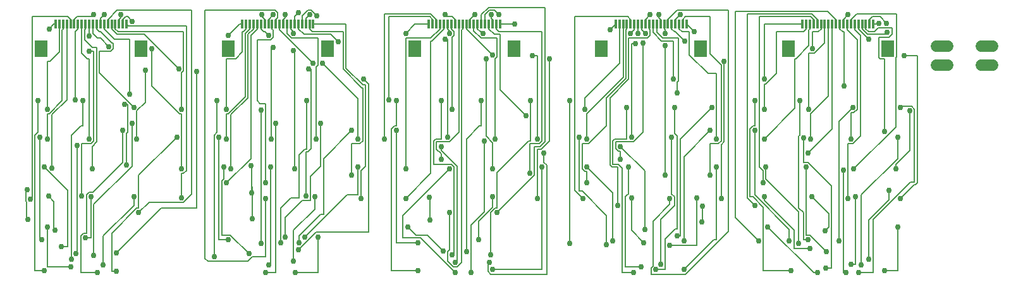
<source format=gbr>
G04 EAGLE Gerber RS-274X export*
G75*
%MOMM*%
%FSLAX34Y34*%
%LPD*%
%INBottom Copper*%
%IPPOS*%
%AMOC8*
5,1,8,0,0,1.08239X$1,22.5*%
G01*
%ADD10R,0.300000X1.300000*%
%ADD11R,1.800000X2.200000*%
%ADD12C,1.524000*%
%ADD13C,0.756400*%
%ADD14C,0.152400*%


D10*
X147500Y362500D03*
X142500Y362500D03*
X137500Y362500D03*
X132500Y362500D03*
X127500Y362500D03*
X122500Y362500D03*
X117500Y362500D03*
X112500Y362500D03*
X107500Y362500D03*
X102500Y362500D03*
X97500Y362500D03*
X92500Y362500D03*
X87500Y362500D03*
X82500Y362500D03*
X77500Y362500D03*
X72500Y362500D03*
X67500Y362500D03*
X62500Y362500D03*
X57500Y362500D03*
X52500Y362500D03*
D11*
X33500Y330000D03*
X166500Y330000D03*
D10*
X397500Y362500D03*
X392500Y362500D03*
X387500Y362500D03*
X382500Y362500D03*
X377500Y362500D03*
X372500Y362500D03*
X367500Y362500D03*
X362500Y362500D03*
X357500Y362500D03*
X352500Y362500D03*
X347500Y362500D03*
X342500Y362500D03*
X337500Y362500D03*
X332500Y362500D03*
X327500Y362500D03*
X322500Y362500D03*
X317500Y362500D03*
X312500Y362500D03*
X307500Y362500D03*
X302500Y362500D03*
D11*
X283500Y330000D03*
X416500Y330000D03*
D10*
X647500Y362500D03*
X642500Y362500D03*
X637500Y362500D03*
X632500Y362500D03*
X627500Y362500D03*
X622500Y362500D03*
X617500Y362500D03*
X612500Y362500D03*
X607500Y362500D03*
X602500Y362500D03*
X597500Y362500D03*
X592500Y362500D03*
X587500Y362500D03*
X582500Y362500D03*
X577500Y362500D03*
X572500Y362500D03*
X567500Y362500D03*
X562500Y362500D03*
X557500Y362500D03*
X552500Y362500D03*
D11*
X533500Y330000D03*
X666500Y330000D03*
D10*
X897500Y362500D03*
X892500Y362500D03*
X887500Y362500D03*
X882500Y362500D03*
X877500Y362500D03*
X872500Y362500D03*
X867500Y362500D03*
X862500Y362500D03*
X857500Y362500D03*
X852500Y362500D03*
X847500Y362500D03*
X842500Y362500D03*
X837500Y362500D03*
X832500Y362500D03*
X827500Y362500D03*
X822500Y362500D03*
X817500Y362500D03*
X812500Y362500D03*
X807500Y362500D03*
X802500Y362500D03*
D11*
X783500Y330000D03*
X916500Y330000D03*
D10*
X1147500Y362500D03*
X1142500Y362500D03*
X1137500Y362500D03*
X1132500Y362500D03*
X1127500Y362500D03*
X1122500Y362500D03*
X1117500Y362500D03*
X1112500Y362500D03*
X1107500Y362500D03*
X1102500Y362500D03*
X1097500Y362500D03*
X1092500Y362500D03*
X1087500Y362500D03*
X1082500Y362500D03*
X1077500Y362500D03*
X1072500Y362500D03*
X1067500Y362500D03*
X1062500Y362500D03*
X1057500Y362500D03*
X1052500Y362500D03*
D11*
X1033500Y330000D03*
X1166500Y330000D03*
D12*
X1232380Y332700D02*
X1247620Y332700D01*
X1247620Y307300D02*
X1232380Y307300D01*
X1292380Y332700D02*
X1307620Y332700D01*
X1307620Y307300D02*
X1292380Y307300D01*
D13*
X14449Y140551D03*
D14*
X12432Y125237D02*
X14000Y123669D01*
X14000Y101000D01*
X12432Y138534D02*
X14449Y140551D01*
X12432Y138534D02*
X12432Y125237D01*
X14000Y101000D02*
X15000Y101000D01*
D13*
X15000Y101000D03*
X553000Y131000D03*
D14*
X554000Y130000D01*
D13*
X554000Y100000D03*
D14*
X554000Y130000D01*
D13*
X1065182Y131306D03*
D14*
X1088000Y108488D01*
X1088000Y90818D02*
X1083182Y86000D01*
D13*
X1083182Y86000D03*
D14*
X1088000Y90818D02*
X1088000Y108488D01*
D13*
X919000Y119000D03*
D14*
X919000Y99000D01*
X918000Y98000D01*
D13*
X918000Y98000D03*
X43068Y132000D03*
D14*
X50000Y125068D01*
X50000Y88338D02*
X51338Y87000D01*
D13*
X51338Y87000D03*
D14*
X50000Y88338D02*
X50000Y125068D01*
D13*
X314000Y173000D03*
D14*
X315000Y172000D01*
X315000Y145000D01*
D13*
X315000Y137000D03*
D14*
X315000Y145000D01*
X316000Y144000D01*
D13*
X316000Y101648D03*
D14*
X316000Y144000D01*
X221250Y130000D02*
X221250Y162500D01*
X223750Y162500D01*
X227500Y166250D01*
X227500Y360000D01*
X150000Y360000D01*
X147500Y362500D01*
D13*
X221250Y130000D03*
D14*
X163750Y160000D02*
X215000Y211250D01*
X163750Y160000D02*
X163750Y116250D01*
X161250Y116250D01*
X127500Y82500D01*
X127500Y31250D01*
X133750Y31250D01*
D13*
X215000Y211250D03*
X133750Y31250D03*
D14*
X241250Y116250D02*
X241250Y298750D01*
X241250Y116250D02*
X193750Y116250D01*
X133750Y56250D01*
D13*
X241250Y298750D03*
X133750Y56250D03*
D14*
X157500Y120000D02*
X157500Y131250D01*
X157500Y120000D02*
X116250Y78750D01*
X116250Y40000D01*
D13*
X157500Y131250D03*
X116250Y40000D03*
D14*
X142500Y177500D02*
X142500Y220000D01*
X142500Y177500D02*
X102500Y137500D01*
X97500Y137500D01*
X93750Y133750D01*
X93750Y82500D01*
X90000Y82500D01*
X86250Y78750D01*
X86250Y30000D01*
X108750Y30000D01*
D13*
X142500Y220000D03*
X108750Y30000D03*
D14*
X155000Y172500D02*
X155000Y230000D01*
X155000Y172500D02*
X103750Y121250D01*
X103750Y52500D01*
D13*
X155000Y230000D03*
X103750Y52500D03*
D14*
X100000Y76250D02*
X100000Y131250D01*
X100000Y76250D02*
X92500Y76250D01*
D13*
X100000Y131250D03*
X92500Y76250D03*
D14*
X81250Y55000D02*
X81250Y200000D01*
X81250Y55000D02*
X80000Y55000D01*
D13*
X81250Y200000D03*
X80000Y55000D03*
D14*
X88750Y226250D02*
X88750Y260000D01*
X88750Y226250D02*
X86250Y226250D01*
X73750Y213750D01*
X73750Y47500D01*
D13*
X88750Y260000D03*
X73750Y47500D03*
D14*
X41250Y37500D02*
X41250Y91250D01*
X41250Y37500D02*
X72500Y37500D01*
D13*
X41250Y91250D03*
X72500Y37500D03*
D14*
X68750Y140000D02*
X37500Y171250D01*
X68750Y140000D02*
X68750Y65000D01*
X60000Y65000D01*
D13*
X37500Y171250D03*
X60000Y65000D03*
D14*
X31250Y73750D02*
X31250Y211250D01*
X31250Y73750D02*
X33750Y73750D01*
D13*
X31250Y211250D03*
X33750Y73750D03*
D14*
X28750Y217500D02*
X28750Y260000D01*
X28750Y217500D02*
X25000Y213750D01*
X25000Y32500D01*
X37500Y32500D01*
D13*
X28750Y260000D03*
X37500Y32500D03*
D14*
X457500Y133750D02*
X457500Y171250D01*
X457500Y133750D02*
X442500Y133750D01*
X386250Y77500D01*
D13*
X457500Y171250D03*
X386250Y77500D03*
D14*
X411250Y182500D02*
X448750Y220000D01*
X411250Y182500D02*
X411250Y107500D01*
X407500Y107500D01*
X378750Y78750D01*
X378750Y70000D01*
D13*
X448750Y220000D03*
X378750Y70000D03*
D14*
X471250Y282500D02*
X465000Y288750D01*
X471250Y282500D02*
X471250Y83750D01*
X401250Y83750D01*
X377500Y60000D01*
D13*
X465000Y288750D03*
X377500Y60000D03*
D14*
X403750Y77500D02*
X403750Y30000D01*
X373750Y30000D01*
D13*
X403750Y77500D03*
X373750Y30000D03*
D14*
X400000Y115000D02*
X400000Y131250D01*
X400000Y115000D02*
X371250Y86250D01*
X371250Y45000D01*
D13*
X400000Y131250D03*
X371250Y45000D03*
D14*
X407500Y172500D02*
X407500Y230000D01*
X407500Y172500D02*
X393750Y158750D01*
X393750Y126250D01*
X382500Y126250D01*
X360000Y103750D01*
X360000Y77500D01*
D13*
X407500Y230000D03*
X360000Y77500D03*
D14*
X388750Y195000D02*
X388750Y260000D01*
X388750Y195000D02*
X386250Y195000D01*
X378750Y187500D01*
X378750Y130000D01*
X367500Y130000D01*
X353750Y116250D01*
X353750Y70000D01*
D13*
X388750Y260000D03*
X353750Y70000D03*
D14*
X340000Y40000D02*
X340000Y171250D01*
X340000Y40000D02*
X337500Y40000D01*
D13*
X340000Y171250D03*
X337500Y40000D03*
D14*
X347500Y30000D02*
X347500Y230000D01*
X347500Y30000D02*
X333750Y30000D01*
D13*
X347500Y230000D03*
X333750Y30000D03*
D14*
X327500Y68750D02*
X327500Y247500D01*
D13*
X327500Y247500D03*
X327500Y68750D03*
D14*
X277500Y155000D02*
X277500Y171250D01*
X277500Y155000D02*
X275000Y152500D01*
X275000Y80000D01*
X286250Y80000D01*
X311250Y55000D01*
D13*
X277500Y171250D03*
X311250Y55000D03*
D14*
X271250Y73750D02*
X271250Y211250D01*
X271250Y73750D02*
X283750Y73750D01*
D13*
X271250Y211250D03*
X283750Y73750D03*
D14*
X268750Y217500D02*
X268750Y260000D01*
X268750Y217500D02*
X265000Y213750D01*
X265000Y51250D01*
D13*
X268750Y260000D03*
X265000Y51250D03*
D14*
X703750Y33750D02*
X703750Y171250D01*
X703750Y33750D02*
X637500Y33750D01*
D13*
X703750Y171250D03*
X637500Y33750D03*
D14*
X706250Y177500D02*
X706250Y190000D01*
X706250Y177500D02*
X710000Y173750D01*
X710000Y27500D01*
X635000Y27500D01*
X631250Y31250D01*
X631250Y43750D01*
X633750Y43750D01*
D13*
X706250Y190000D03*
X633750Y43750D03*
D14*
X688750Y206250D02*
X688750Y260000D01*
X688750Y206250D02*
X686250Y206250D01*
X643750Y163750D01*
X643750Y116250D01*
X641250Y116250D01*
X635000Y110000D01*
X635000Y53750D01*
D13*
X688750Y260000D03*
X635000Y53750D03*
D14*
X637500Y117500D02*
X637500Y131250D01*
X637500Y117500D02*
X618750Y98750D01*
X618750Y73750D01*
D13*
X637500Y131250D03*
X618750Y73750D03*
D14*
X626250Y111250D02*
X626250Y206250D01*
X626250Y111250D02*
X608750Y93750D01*
X608750Y30000D01*
D13*
X626250Y206250D03*
X608750Y30000D03*
D14*
X622500Y226250D02*
X622500Y260000D01*
X622500Y226250D02*
X620000Y226250D01*
X602500Y208750D01*
X602500Y57500D01*
D13*
X622500Y260000D03*
X602500Y57500D03*
D14*
X517500Y106250D02*
X580000Y168750D01*
X517500Y106250D02*
X517500Y76250D01*
X541250Y76250D01*
X587500Y30000D01*
D13*
X580000Y168750D03*
X587500Y30000D03*
D14*
X568750Y193750D02*
X568750Y198750D01*
X568750Y193750D02*
X590000Y172500D01*
X590000Y43750D01*
X587500Y43750D01*
D13*
X568750Y198750D03*
X587500Y43750D03*
D14*
X568750Y208750D02*
X568750Y260000D01*
X568750Y208750D02*
X561250Y208750D01*
X558750Y206250D01*
X558750Y175000D01*
X582500Y175000D01*
X586250Y171250D01*
X586250Y53750D01*
X583750Y53750D01*
D13*
X568750Y260000D03*
X583750Y53750D03*
D14*
X535000Y80000D02*
X523750Y91250D01*
X535000Y80000D02*
X550000Y80000D01*
X571250Y58750D01*
D13*
X523750Y91250D03*
X571250Y58750D03*
D14*
X508750Y70000D02*
X508750Y220000D01*
X508750Y70000D02*
X537500Y70000D01*
D13*
X508750Y220000D03*
X537500Y70000D03*
D14*
X508750Y226250D02*
X508750Y260000D01*
X508750Y226250D02*
X506250Y226250D01*
X502500Y222500D01*
X502500Y32500D01*
X537500Y32500D01*
D13*
X508750Y260000D03*
X537500Y32500D03*
D14*
X937500Y73750D02*
X937500Y171250D01*
X937500Y73750D02*
X933750Y73750D01*
X893750Y33750D01*
D13*
X937500Y171250D03*
X893750Y33750D03*
D14*
X893750Y185000D02*
X928750Y220000D01*
X893750Y185000D02*
X893750Y72500D01*
D13*
X928750Y220000D03*
X893750Y72500D03*
D14*
X888750Y208750D02*
X931250Y251250D01*
X888750Y208750D02*
X888750Y78750D01*
X885000Y78750D01*
D13*
X931250Y251250D03*
X885000Y78750D03*
D14*
X911250Y66250D02*
X911250Y130000D01*
X911250Y66250D02*
X875000Y66250D01*
D13*
X911250Y130000D03*
X875000Y66250D03*
D14*
X881250Y216250D02*
X881250Y251250D01*
X881250Y216250D02*
X885000Y212500D01*
X885000Y88750D01*
X882500Y88750D01*
X868750Y75000D01*
X868750Y33750D01*
X856250Y33750D01*
D13*
X881250Y251250D03*
X856250Y33750D03*
D14*
X877500Y135000D02*
X877500Y211250D01*
X877500Y135000D02*
X881250Y131250D01*
X881250Y120000D01*
X862500Y101250D01*
X862500Y41250D01*
D13*
X877500Y211250D03*
X862500Y41250D03*
D14*
X823750Y86250D02*
X823750Y130000D01*
X823750Y86250D02*
X840000Y70000D01*
D13*
X823750Y130000D03*
X840000Y70000D03*
D14*
X820000Y135000D02*
X820000Y171250D01*
X820000Y135000D02*
X818750Y135000D01*
X815000Y131250D01*
X815000Y37500D01*
X836250Y37500D01*
D13*
X820000Y171250D03*
X836250Y37500D03*
D14*
X841250Y166250D02*
X808750Y198750D01*
X841250Y166250D02*
X841250Y87500D01*
D13*
X808750Y198750D03*
X841250Y87500D03*
D14*
X817500Y208750D02*
X817500Y251250D01*
X817500Y208750D02*
X801250Y208750D01*
X798750Y206250D01*
X798750Y175000D01*
X806250Y175000D01*
X811250Y170000D01*
X811250Y30000D01*
X826250Y30000D01*
D13*
X817500Y251250D03*
X826250Y30000D03*
D14*
X798750Y136250D02*
X763750Y171250D01*
X798750Y136250D02*
X798750Y72500D01*
D13*
X763750Y171250D03*
X798750Y72500D03*
D14*
X753750Y138750D02*
X753750Y211250D01*
X753750Y138750D02*
X757500Y138750D01*
X790000Y106250D01*
X790000Y67500D01*
D13*
X753750Y211250D03*
X790000Y67500D03*
D14*
X741250Y68750D02*
X741250Y260000D01*
D13*
X741250Y260000D03*
X741250Y68750D03*
D14*
X221250Y168750D02*
X221250Y242500D01*
X218750Y242500D01*
X181250Y280000D01*
X181250Y330000D01*
X155000Y366250D02*
X148750Y372500D01*
X146250Y372500D01*
X142500Y368750D01*
X142500Y362500D01*
D13*
X221250Y168750D03*
X181250Y330000D03*
X155000Y366250D03*
D14*
X140000Y371250D02*
X140000Y375000D01*
X140000Y371250D02*
X137500Y368750D01*
X137500Y362500D01*
D13*
X140000Y375000D03*
D14*
X221250Y297500D02*
X221250Y248750D01*
X221250Y297500D02*
X223750Y300000D01*
X223750Y352500D01*
X136250Y352500D01*
X132500Y356250D01*
X132500Y362500D01*
D13*
X221250Y248750D03*
D14*
X217500Y302500D02*
X171250Y348750D01*
X135000Y348750D01*
X127500Y356250D01*
X127500Y362500D01*
D13*
X217500Y302500D03*
D14*
X177500Y123750D02*
X163750Y110000D01*
X177500Y123750D02*
X223750Y123750D01*
X235000Y135000D01*
X235000Y381250D01*
X135000Y381250D01*
X122500Y368750D01*
X122500Y362500D01*
D13*
X163750Y110000D03*
D14*
X147500Y173750D02*
X147500Y216250D01*
X148750Y217500D01*
X148750Y255000D01*
X145000Y255000D01*
X151250Y268750D02*
X151250Y342500D01*
X131250Y342500D01*
X117500Y356250D01*
X117500Y362500D01*
D13*
X147500Y173750D03*
X145000Y255000D03*
X151250Y268750D03*
D14*
X161250Y246250D02*
X161250Y208750D01*
X161250Y246250D02*
X172500Y257500D01*
X172500Y301250D01*
X112500Y370000D02*
X117500Y375000D01*
X112500Y370000D02*
X112500Y362500D01*
D13*
X161250Y208750D03*
X172500Y301250D03*
X117500Y375000D03*
D14*
X111250Y297500D02*
X157500Y251250D01*
X111250Y297500D02*
X111250Y326250D01*
X126250Y326250D01*
X130000Y330000D01*
X130000Y337500D01*
X127500Y337500D01*
X112500Y352500D01*
X111250Y352500D01*
X107500Y356250D01*
X107500Y362500D01*
D13*
X157500Y251250D03*
D14*
X123750Y332500D02*
X112500Y343750D01*
X108750Y343750D01*
X102500Y350000D01*
X102500Y362500D01*
D13*
X123750Y332500D03*
D14*
X87500Y202500D02*
X87500Y132500D01*
X87500Y202500D02*
X100000Y202500D01*
X103750Y206250D01*
X103750Y326250D01*
X97500Y326250D01*
X97500Y346250D02*
X97500Y362500D01*
D13*
X87500Y132500D03*
X97500Y326250D03*
X97500Y346250D03*
D14*
X101250Y198750D02*
X101250Y168750D01*
X101250Y198750D02*
X107500Y205000D01*
X107500Y331250D01*
X101250Y331250D01*
X91250Y341250D01*
X91250Y355000D01*
X92500Y356250D01*
X92500Y362500D01*
D13*
X101250Y168750D03*
D14*
X97500Y208750D02*
X97500Y316250D01*
X95000Y316250D01*
X87500Y323750D01*
X87500Y362500D01*
D13*
X97500Y208750D03*
D14*
X78750Y261250D02*
X78750Y352500D01*
X82500Y356250D01*
X82500Y362500D01*
D13*
X78750Y261250D03*
D14*
X101250Y372500D02*
X103750Y375000D01*
X101250Y372500D02*
X81250Y372500D01*
X77500Y368750D01*
X77500Y362500D01*
D13*
X103750Y375000D03*
D14*
X21500Y372500D02*
X21500Y130750D01*
X18500Y127750D01*
X21500Y372500D02*
X68750Y372500D01*
X72500Y368750D01*
X72500Y362500D01*
D13*
X18500Y127750D03*
D14*
X47500Y170000D02*
X47500Y241250D01*
X67500Y261250D01*
X67500Y362500D01*
D13*
X47500Y170000D03*
D14*
X41250Y208750D02*
X41250Y242500D01*
X43750Y242500D01*
X61250Y260000D01*
X61250Y355000D01*
X62500Y356250D01*
X62500Y362500D01*
D13*
X41250Y208750D03*
D14*
X41250Y248750D02*
X41250Y312500D01*
X45000Y312500D01*
X57500Y325000D01*
X57500Y362500D01*
D13*
X41250Y248750D03*
D14*
X43750Y356250D02*
X50000Y362500D01*
X52500Y362500D01*
D13*
X43750Y356250D03*
D14*
X461250Y166250D02*
X461250Y128750D01*
X461250Y166250D02*
X467500Y172500D01*
X467500Y281250D01*
X463750Y281250D01*
X441250Y303750D01*
X441250Y362500D01*
X397500Y362500D01*
D13*
X461250Y128750D03*
D14*
X448750Y160000D02*
X448750Y202500D01*
X460000Y202500D01*
X463750Y206250D01*
X463750Y277500D01*
X462500Y277500D01*
X437500Y302500D01*
X437500Y352500D01*
X396250Y352500D01*
X392500Y356250D01*
X392500Y362500D01*
D13*
X448750Y160000D03*
D14*
X457500Y208750D02*
X457500Y262500D01*
X410000Y310000D01*
X387500Y370000D02*
X392500Y375000D01*
X387500Y370000D02*
X387500Y362500D01*
D13*
X457500Y208750D03*
X410000Y310000D03*
X392500Y375000D03*
D14*
X395000Y381250D02*
X402500Y373750D01*
X395000Y381250D02*
X390000Y381250D01*
X382500Y373750D01*
X382500Y362500D01*
D13*
X402500Y373750D03*
D14*
X421250Y348750D02*
X431250Y338750D01*
X421250Y348750D02*
X385000Y348750D01*
X377500Y356250D01*
X377500Y362500D01*
D13*
X431250Y338750D03*
D14*
X387500Y191250D02*
X387500Y132500D01*
X387500Y191250D02*
X390000Y191250D01*
X395000Y196250D01*
X395000Y302500D01*
X391250Y302500D01*
X372500Y372500D02*
X377500Y377500D01*
X372500Y372500D02*
X372500Y362500D01*
D13*
X387500Y132500D03*
X391250Y302500D03*
X377500Y377500D03*
D14*
X372500Y327500D02*
X372500Y168750D01*
X372500Y327500D02*
X371250Y327500D01*
X371250Y350000D02*
X371250Y352500D01*
X367500Y356250D01*
X367500Y362500D01*
D13*
X372500Y168750D03*
X371250Y327500D03*
X371250Y350000D03*
D14*
X401250Y305000D02*
X401250Y208750D01*
X401250Y305000D02*
X403750Y307500D01*
X403750Y343750D01*
X368750Y343750D01*
X362500Y350000D01*
X362500Y362500D01*
D13*
X401250Y208750D03*
D14*
X360000Y371250D02*
X360000Y375000D01*
X360000Y371250D02*
X357500Y368750D01*
X357500Y362500D01*
D13*
X360000Y375000D03*
D14*
X352500Y355000D02*
X397500Y310000D01*
X352500Y355000D02*
X352500Y362500D01*
D13*
X397500Y310000D03*
D14*
X333750Y128750D02*
X333750Y51250D01*
X316250Y51250D01*
X310000Y45000D01*
X256250Y45000D01*
X252500Y48750D01*
X252500Y381250D01*
X346250Y381250D01*
X350000Y377500D01*
X350000Y371250D01*
X347500Y368750D01*
X347500Y362500D01*
D13*
X333750Y128750D03*
D14*
X333750Y150000D02*
X333750Y256250D01*
X326250Y256250D01*
X322500Y260000D01*
X322500Y341250D01*
X340000Y341250D01*
X343750Y345000D01*
X343750Y355000D01*
X342500Y356250D01*
X342500Y362500D01*
D13*
X333750Y150000D03*
D14*
X341250Y208750D02*
X341250Y331250D01*
X343750Y331250D01*
X337500Y368750D02*
X343750Y375000D01*
X337500Y368750D02*
X337500Y362500D01*
D13*
X341250Y208750D03*
X343750Y331250D03*
X343750Y375000D03*
D14*
X328750Y375000D02*
X328750Y372500D01*
X332500Y368750D01*
X332500Y362500D01*
D13*
X328750Y375000D03*
D14*
X332500Y352500D02*
X337500Y347500D01*
X332500Y352500D02*
X331250Y352500D01*
X327500Y356250D01*
X327500Y362500D01*
D13*
X337500Y347500D03*
D14*
X313750Y182500D02*
X281250Y150000D01*
X313750Y182500D02*
X313750Y347500D01*
X322500Y356250D01*
X322500Y362500D01*
D13*
X281250Y150000D03*
D14*
X287500Y168750D02*
X287500Y241250D01*
X310000Y263750D01*
X310000Y348750D01*
X317500Y356250D01*
X317500Y362500D01*
D13*
X287500Y168750D03*
D14*
X281250Y208750D02*
X281250Y242500D01*
X283750Y242500D01*
X306250Y265000D01*
X306250Y350000D01*
X312500Y356250D01*
X312500Y362500D01*
D13*
X281250Y208750D03*
D14*
X281250Y248750D02*
X281250Y316250D01*
X293750Y316250D01*
X302500Y325000D01*
X302500Y352500D01*
X303750Y352500D01*
X307500Y356250D01*
X307500Y362500D01*
D13*
X281250Y248750D03*
D14*
X283750Y347500D02*
X298750Y362500D01*
X302500Y362500D01*
D13*
X283750Y347500D03*
D14*
X697500Y195000D02*
X697500Y128750D01*
X697500Y195000D02*
X702500Y195000D01*
X713750Y206250D01*
X713750Y316250D01*
X667500Y362500D02*
X647500Y362500D01*
D13*
X697500Y128750D03*
X713750Y316250D03*
X667500Y362500D03*
D14*
X687500Y202500D02*
X687500Y162500D01*
X687500Y202500D02*
X700000Y202500D01*
X703750Y206250D01*
X703750Y352500D01*
X646250Y352500D01*
X642500Y356250D01*
X642500Y362500D01*
D13*
X687500Y162500D03*
D14*
X697500Y208750D02*
X697500Y320000D01*
X691250Y320000D01*
X636250Y370000D02*
X636250Y375000D01*
X636250Y370000D02*
X637500Y368750D01*
X637500Y362500D01*
D13*
X697500Y208750D03*
X691250Y320000D03*
X636250Y375000D03*
D14*
X647500Y275000D02*
X682500Y240000D01*
X647500Y275000D02*
X647500Y348750D01*
X640000Y348750D01*
X632500Y356250D01*
X632500Y362500D01*
D13*
X682500Y240000D03*
D14*
X646250Y375000D02*
X640000Y381250D01*
X633750Y381250D01*
X627500Y375000D01*
X627500Y362500D01*
D13*
X646250Y375000D03*
D14*
X693750Y160000D02*
X643750Y110000D01*
X693750Y160000D02*
X693750Y198750D01*
X701250Y198750D01*
X707500Y205000D01*
X707500Y385000D01*
X632500Y385000D01*
X622500Y375000D01*
X622500Y362500D01*
D13*
X643750Y110000D03*
D14*
X637500Y168750D02*
X637500Y203750D01*
X628750Y212500D01*
X628750Y316250D01*
X625000Y350000D02*
X622500Y352500D01*
X621250Y352500D01*
X617500Y356250D01*
X617500Y362500D01*
D13*
X637500Y168750D03*
X628750Y316250D03*
X625000Y350000D03*
D14*
X641250Y316250D02*
X641250Y208750D01*
X641250Y316250D02*
X643750Y318750D01*
X643750Y343750D01*
X622500Y343750D01*
X612500Y353750D01*
X612500Y362500D01*
D13*
X641250Y208750D03*
D14*
X607500Y368750D02*
X613750Y375000D01*
X607500Y368750D02*
X607500Y362500D01*
D13*
X613750Y375000D03*
D14*
X602500Y356250D02*
X637500Y321250D01*
X602500Y356250D02*
X602500Y362500D01*
D13*
X637500Y321250D03*
D14*
X580000Y110000D02*
X580000Y60000D01*
X577500Y57500D01*
X577500Y45000D01*
X585000Y37500D01*
X590000Y37500D01*
X596250Y43750D01*
X596250Y355000D01*
X597500Y356250D01*
X597500Y362500D01*
D13*
X580000Y110000D03*
D14*
X568750Y181250D02*
X568750Y188750D01*
X562500Y195000D01*
X562500Y205000D01*
X580000Y205000D01*
X592500Y217500D01*
X592500Y362500D01*
D13*
X568750Y181250D03*
D14*
X577500Y211250D02*
X577500Y342500D01*
X573750Y342500D01*
X576250Y372500D02*
X573750Y375000D01*
X576250Y372500D02*
X583750Y372500D01*
X587500Y368750D01*
X587500Y362500D01*
D13*
X577500Y211250D03*
X573750Y342500D03*
X573750Y375000D03*
D14*
X583750Y345000D02*
X583750Y248750D01*
X583750Y345000D02*
X586250Y347500D01*
X586250Y352500D01*
X582500Y356250D01*
X582500Y362500D01*
D13*
X583750Y248750D03*
D14*
X580000Y350000D02*
X580000Y353750D01*
X577500Y356250D01*
X577500Y362500D01*
D13*
X580000Y350000D03*
D14*
X555000Y162500D02*
X521250Y128750D01*
X555000Y162500D02*
X555000Y340000D01*
X556250Y340000D01*
X572500Y356250D01*
X572500Y362500D01*
D13*
X521250Y128750D03*
D14*
X521250Y168750D02*
X521250Y343750D01*
X555000Y343750D01*
X567500Y356250D01*
X567500Y362500D01*
D13*
X521250Y168750D03*
D14*
X492500Y208750D02*
X492500Y376250D01*
X555000Y376250D01*
X562500Y368750D01*
X562500Y362500D01*
D13*
X492500Y208750D03*
D14*
X498750Y261250D02*
X498750Y372500D01*
X553750Y372500D01*
X557500Y368750D01*
X557500Y362500D01*
D13*
X498750Y261250D03*
D14*
X521250Y350000D02*
X533750Y362500D01*
X552500Y362500D01*
D13*
X521250Y350000D03*
D14*
X943750Y201250D02*
X943750Y128750D01*
X943750Y201250D02*
X947500Y205000D01*
X947500Y312500D01*
X907500Y352500D02*
X897500Y362500D01*
D13*
X943750Y128750D03*
X947500Y312500D03*
X907500Y352500D03*
D14*
X928750Y202500D02*
X928750Y160000D01*
X928750Y202500D02*
X940000Y202500D01*
X943750Y206250D01*
X943750Y307500D01*
X928750Y322500D01*
X928750Y372500D01*
X896250Y372500D01*
X892500Y368750D01*
X892500Y362500D01*
D13*
X928750Y160000D03*
D14*
X937500Y208750D02*
X937500Y296250D01*
X926250Y296250D01*
X901250Y321250D01*
X901250Y352500D01*
X891250Y352500D01*
X887500Y356250D01*
X887500Y362500D01*
D13*
X937500Y208750D03*
D14*
X882500Y368750D02*
X888750Y375000D01*
X882500Y368750D02*
X882500Y362500D01*
D13*
X888750Y375000D03*
D14*
X882500Y352500D02*
X895000Y340000D01*
X882500Y352500D02*
X881250Y352500D01*
X877500Y356250D01*
X877500Y362500D01*
D13*
X895000Y340000D03*
D14*
X875000Y128750D02*
X875000Y121250D01*
X852500Y98750D01*
X852500Y38750D01*
X850000Y36250D01*
X850000Y27500D01*
X896250Y27500D01*
X953750Y85000D01*
X953750Y381250D01*
X885000Y381250D01*
X872500Y368750D01*
X872500Y362500D01*
D13*
X875000Y128750D03*
D14*
X868750Y160000D02*
X868750Y333750D01*
X868750Y350000D02*
X868750Y355000D01*
X867500Y356250D01*
X867500Y362500D01*
D13*
X868750Y160000D03*
X868750Y333750D03*
X868750Y350000D03*
D14*
X860000Y371250D02*
X860000Y375000D01*
X860000Y371250D02*
X862500Y368750D01*
X862500Y362500D01*
D13*
X860000Y375000D03*
D14*
X885000Y285000D02*
X885000Y270000D01*
X885000Y285000D02*
X886250Y286250D01*
X886250Y343750D01*
X865000Y343750D01*
X857500Y351250D01*
X857500Y362500D01*
D13*
X885000Y270000D03*
D14*
X880000Y288750D02*
X880000Y340000D01*
X863750Y340000D01*
X852500Y351250D01*
X852500Y362500D01*
D13*
X880000Y288750D03*
D14*
X805000Y171250D02*
X805000Y120000D01*
X805000Y171250D02*
X797500Y171250D01*
X795000Y173750D01*
X795000Y263750D01*
X820000Y288750D01*
X820000Y343750D01*
X845000Y343750D01*
X848750Y347500D01*
X848750Y355000D01*
X847500Y356250D01*
X847500Y362500D01*
D13*
X805000Y120000D03*
D14*
X808750Y181250D02*
X808750Y192500D01*
X806250Y192500D01*
X802500Y196250D01*
X802500Y205000D01*
X826250Y205000D01*
X838750Y217500D01*
X838750Y337500D01*
X842500Y368750D02*
X848750Y375000D01*
X842500Y368750D02*
X842500Y362500D01*
D13*
X808750Y181250D03*
X838750Y337500D03*
X848750Y375000D03*
D14*
X823750Y336250D02*
X823750Y211250D01*
X823750Y336250D02*
X828750Y336250D01*
X842500Y350000D02*
X837500Y355000D01*
X837500Y362500D01*
D13*
X823750Y211250D03*
X828750Y336250D03*
X842500Y350000D03*
D14*
X832500Y350000D02*
X832500Y362500D01*
D13*
X832500Y350000D03*
D14*
X827500Y355000D02*
X822500Y350000D01*
X827500Y355000D02*
X827500Y362500D01*
D13*
X822500Y350000D03*
D14*
X747500Y140000D02*
X758750Y128750D01*
X747500Y140000D02*
X747500Y372500D01*
X818750Y372500D01*
X822500Y368750D01*
X822500Y362500D01*
D13*
X758750Y128750D03*
D14*
X763750Y150000D02*
X763750Y165000D01*
X761250Y165000D01*
X757500Y168750D01*
X757500Y202500D01*
X766250Y202500D01*
X790000Y226250D01*
X790000Y263750D01*
X816250Y290000D01*
X816250Y355000D01*
X817500Y356250D01*
X817500Y362500D01*
D13*
X763750Y150000D03*
D14*
X763750Y208750D02*
X763750Y242500D01*
X812500Y291250D01*
X812500Y362500D01*
D13*
X763750Y208750D03*
D14*
X761250Y248750D02*
X761250Y263750D01*
X807500Y310000D01*
X807500Y362500D01*
D13*
X761250Y248750D03*
D14*
X795000Y355000D02*
X802500Y362500D01*
D13*
X795000Y355000D03*
D14*
X1180000Y91250D02*
X1180000Y32500D01*
X1162500Y32500D01*
D13*
X1180000Y91250D03*
X1162500Y32500D03*
D14*
X1168750Y127500D02*
X1168750Y140000D01*
X1168750Y127500D02*
X1141250Y100000D01*
X1141250Y47500D01*
D13*
X1168750Y140000D03*
X1141250Y47500D03*
D14*
X1180000Y182500D02*
X1180000Y211250D01*
X1180000Y182500D02*
X1131250Y133750D01*
X1131250Y40000D01*
D13*
X1180000Y211250D03*
X1131250Y40000D03*
D14*
X1183750Y251250D02*
X1185000Y252500D01*
X1198750Y252500D01*
X1202500Y248750D01*
X1202500Y151250D01*
X1197500Y151250D01*
X1147500Y101250D01*
X1147500Y30000D01*
X1127500Y30000D01*
D13*
X1183750Y251250D03*
X1127500Y30000D03*
D14*
X1123750Y41250D02*
X1123750Y131250D01*
X1123750Y41250D02*
X1117500Y41250D01*
D13*
X1123750Y131250D03*
X1117500Y41250D03*
D14*
X1107500Y30000D02*
X1107500Y167500D01*
X1107500Y30000D02*
X1111250Y30000D01*
D13*
X1107500Y167500D03*
X1111250Y30000D03*
D14*
X1101250Y232500D02*
X1120000Y251250D01*
X1101250Y232500D02*
X1101250Y72500D01*
D13*
X1120000Y251250D03*
X1101250Y72500D03*
D14*
X1057500Y80000D02*
X1057500Y171250D01*
X1057500Y80000D02*
X1062500Y80000D01*
X1085000Y57500D01*
D13*
X1057500Y171250D03*
X1085000Y57500D03*
D14*
X1053750Y177500D02*
X1053750Y210000D01*
X1053750Y177500D02*
X1060000Y177500D01*
X1091250Y146250D01*
X1091250Y36250D01*
X1083750Y36250D01*
D13*
X1053750Y210000D03*
X1083750Y36250D03*
D14*
X1048750Y213750D02*
X1048750Y260000D01*
X1048750Y213750D02*
X1047500Y212500D01*
X1047500Y116250D01*
X1053750Y110000D01*
X1053750Y73750D01*
X1060000Y73750D01*
D13*
X1048750Y260000D03*
X1060000Y73750D03*
D14*
X1067500Y30000D02*
X1006250Y91250D01*
X1067500Y30000D02*
X1072500Y30000D01*
D13*
X1006250Y91250D03*
X1072500Y30000D03*
D14*
X1001250Y126250D02*
X1001250Y131250D01*
X1001250Y126250D02*
X1041250Y86250D01*
X1041250Y62500D01*
X1062500Y62500D01*
D13*
X1001250Y131250D03*
X1062500Y62500D03*
D14*
X1003750Y155000D02*
X1003750Y171250D01*
X1003750Y155000D02*
X1047500Y111250D01*
X1047500Y68750D01*
D13*
X1003750Y171250D03*
X1047500Y68750D03*
D14*
X988750Y133750D02*
X988750Y220000D01*
X988750Y133750D02*
X1035000Y87500D01*
X1035000Y72500D01*
D13*
X988750Y220000D03*
X1035000Y72500D03*
D14*
X988750Y226250D02*
X988750Y260000D01*
X988750Y226250D02*
X986250Y226250D01*
X982500Y222500D01*
X982500Y131250D01*
X986250Y131250D01*
X1000000Y117500D01*
X1000000Y32500D01*
X1037500Y32500D01*
D13*
X988750Y260000D03*
X1037500Y32500D03*
D14*
X1183750Y128750D02*
X1202500Y147500D01*
X1203750Y147500D01*
X1206250Y150000D01*
X1206250Y320000D01*
X1188750Y320000D01*
X1153750Y362500D02*
X1155000Y363750D01*
X1153750Y362500D02*
X1147500Y362500D01*
D13*
X1183750Y128750D03*
X1188750Y320000D03*
X1155000Y363750D03*
D14*
X1177500Y175000D02*
X1177500Y168750D01*
X1177500Y175000D02*
X1196250Y193750D01*
X1196250Y246250D01*
X1165000Y363750D02*
X1156250Y372500D01*
X1146250Y372500D01*
X1142500Y368750D01*
X1142500Y362500D01*
D13*
X1177500Y168750D03*
X1196250Y246250D03*
X1165000Y363750D03*
D14*
X1162500Y316250D02*
X1162500Y218750D01*
X1162500Y316250D02*
X1156250Y316250D01*
X1155000Y317500D01*
X1155000Y345000D01*
X1168750Y345000D01*
X1172500Y348750D01*
X1172500Y357500D01*
X1153750Y357500D01*
X1148750Y352500D01*
X1141250Y352500D01*
X1137500Y356250D01*
X1137500Y362500D01*
D13*
X1162500Y218750D03*
D14*
X1163750Y348750D02*
X1166250Y351250D01*
X1163750Y348750D02*
X1140000Y348750D01*
X1132500Y356250D01*
X1132500Y362500D01*
D13*
X1166250Y351250D03*
D14*
X1141250Y342500D02*
X1127500Y356250D01*
X1127500Y362500D01*
D13*
X1141250Y342500D03*
D14*
X1113750Y202500D02*
X1113750Y128750D01*
X1113750Y202500D02*
X1120000Y202500D01*
X1130000Y212500D01*
X1130000Y347500D01*
X1122500Y355000D01*
X1122500Y362500D01*
D13*
X1113750Y128750D03*
D14*
X1121250Y168750D02*
X1177500Y225000D01*
X1177500Y317500D01*
X1178750Y318750D01*
X1178750Y376250D01*
X1125000Y376250D01*
X1117500Y368750D01*
X1117500Y362500D01*
D13*
X1121250Y168750D03*
D14*
X1117500Y208750D02*
X1117500Y243750D01*
X1121250Y243750D01*
X1126250Y248750D01*
X1126250Y341250D01*
X1112500Y355000D01*
X1112500Y362500D01*
D13*
X1117500Y208750D03*
D14*
X1107500Y368750D02*
X1113750Y375000D01*
X1107500Y368750D02*
X1107500Y362500D01*
D13*
X1113750Y375000D03*
D14*
X1108750Y352500D02*
X1108750Y280000D01*
X1108750Y352500D02*
X1106250Y352500D01*
X1102500Y356250D01*
X1102500Y362500D01*
D13*
X1108750Y280000D03*
D14*
X962500Y103750D02*
X993750Y72500D01*
X962500Y103750D02*
X962500Y380000D01*
X1086250Y380000D01*
X1097500Y368750D01*
X1097500Y362500D01*
D13*
X993750Y72500D03*
D14*
X1060000Y190000D02*
X1092500Y222500D01*
X1092500Y362500D01*
D13*
X1060000Y190000D03*
D14*
X1063750Y208750D02*
X1063750Y242500D01*
X1087500Y266250D01*
X1087500Y362500D01*
D13*
X1063750Y208750D03*
D14*
X1061250Y248750D02*
X1061250Y323750D01*
X1068750Y323750D01*
X1082500Y337500D01*
X1082500Y362500D01*
D13*
X1061250Y248750D03*
D14*
X1066250Y330000D02*
X1066250Y352500D01*
X1073750Y352500D01*
X1077500Y356250D01*
X1077500Y362500D01*
D13*
X1066250Y330000D03*
D14*
X978750Y130000D02*
X988750Y120000D01*
X978750Y130000D02*
X978750Y376250D01*
X1065000Y376250D01*
X1072500Y368750D01*
X1072500Y362500D01*
D13*
X988750Y120000D03*
D14*
X1000000Y150000D02*
X1000000Y166250D01*
X995000Y171250D01*
X995000Y372500D01*
X1063750Y372500D01*
X1067500Y368750D01*
X1067500Y362500D01*
D13*
X1000000Y150000D03*
D14*
X1001250Y208750D02*
X1042500Y250000D01*
X1042500Y316250D01*
X1043750Y316250D01*
X1061250Y333750D01*
X1061250Y355000D01*
X1062500Y356250D01*
X1062500Y362500D01*
D13*
X1001250Y208750D03*
D14*
X1001250Y248750D02*
X1001250Y282500D01*
X1003750Y282500D01*
X1017500Y296250D01*
X1017500Y352500D01*
X1053750Y352500D01*
X1057500Y356250D01*
X1057500Y362500D01*
D13*
X1001250Y248750D03*
D14*
X1001250Y288750D02*
X1001250Y362500D01*
X1052500Y362500D01*
D13*
X1001250Y288750D03*
M02*

</source>
